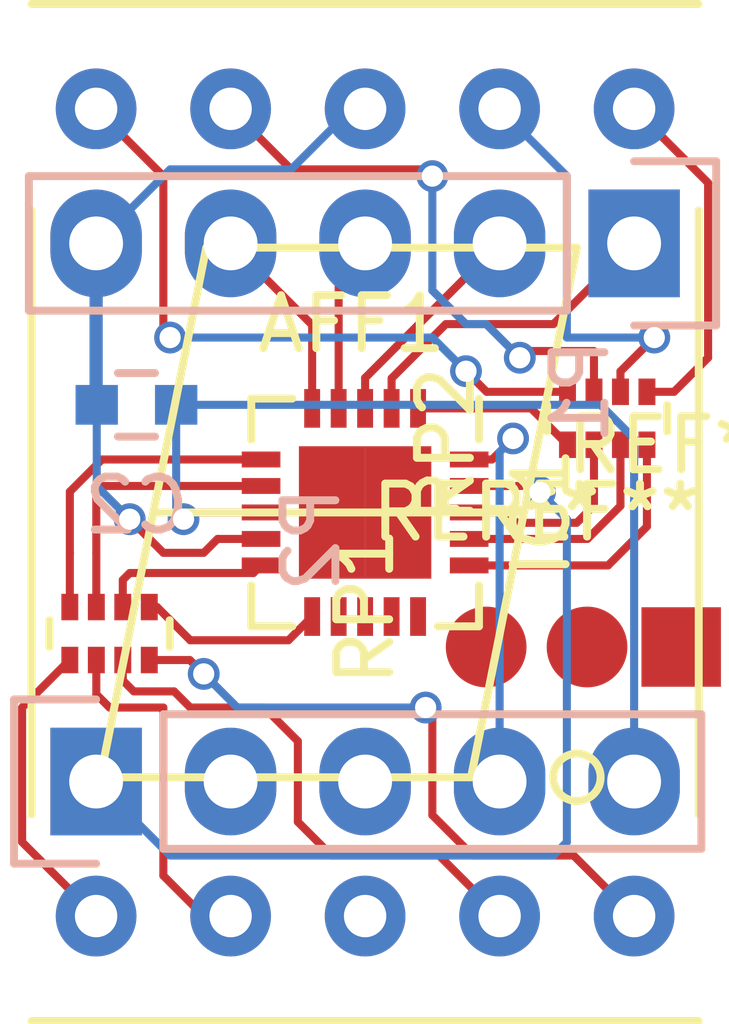
<source format=kicad_pcb>
(kicad_pcb (version 4) (host pcbnew 4.0.2+dfsg1-stable)

  (general
    (links 28)
    (no_connects 1)
    (area 156.528599 90.502599 170.623401 110.157401)
    (thickness 1.6)
    (drawings 0)
    (tracks 141)
    (zones 0)
    (modules 10)
    (nets 31)
  )

  (page A4)
  (layers
    (0 F.Cu signal)
    (31 B.Cu signal)
    (32 B.Adhes user)
    (33 F.Adhes user)
    (38 B.Mask user)
    (39 F.Mask user)
    (40 Dwgs.User user hide)
    (41 Cmts.User user hide)
    (42 Eco1.User user hide)
    (43 Eco2.User user hide)
    (44 Edge.Cuts user hide)
    (45 Margin user hide)
    (46 B.CrtYd user)
    (47 F.CrtYd user)
    (48 B.Fab user hide)
    (49 F.Fab user hide)
  )

  (setup
    (last_trace_width 0.1524)
    (trace_clearance 0.1524)
    (zone_clearance 0.508)
    (zone_45_only no)
    (trace_min 0.1524)
    (segment_width 0.2)
    (edge_width 0.15)
    (via_size 0.6)
    (via_drill 0.4)
    (via_min_size 0.4)
    (via_min_drill 0.3)
    (uvia_size 0.3)
    (uvia_drill 0.1)
    (uvias_allowed no)
    (uvia_min_size 0)
    (uvia_min_drill 0)
    (pcb_text_width 0.3)
    (pcb_text_size 1.5 1.5)
    (mod_edge_width 0.15)
    (mod_text_size 1 1)
    (mod_text_width 0.15)
    (pad_size 1.524 1.524)
    (pad_drill 0.8)
    (pad_to_mask_clearance 0.2)
    (aux_axis_origin 0 0)
    (visible_elements FFFFFF1F)
    (pcbplotparams
      (layerselection 0x00030_80000001)
      (usegerberextensions false)
      (excludeedgelayer true)
      (linewidth 0.100000)
      (plotframeref false)
      (viasonmask false)
      (mode 1)
      (useauxorigin false)
      (hpglpennumber 1)
      (hpglpenspeed 20)
      (hpglpendiameter 15)
      (hpglpenoverlay 2)
      (psnegative false)
      (psa4output false)
      (plotreference true)
      (plotvalue true)
      (plotinvisibletext false)
      (padsonsilk false)
      (subtractmaskfromsilk false)
      (outputformat 1)
      (mirror false)
      (drillshape 1)
      (scaleselection 1)
      (outputdirectory ""))
  )

  (net 0 "")
  (net 1 "Net-(AFF1-Pad1)")
  (net 2 "Net-(AFF1-Pad2)")
  (net 3 +5V)
  (net 4 "Net-(AFF1-Pad4)")
  (net 5 "Net-(AFF1-Pad5)")
  (net 6 "Net-(AFF1-Pad6)")
  (net 7 "Net-(AFF1-Pad7)")
  (net 8 "Net-(AFF1-Pad9)")
  (net 9 "Net-(AFF1-Pad10)")
  (net 10 GND)
  (net 11 DIG_G)
  (net 12 DIG_F)
  (net 13 DIG_E)
  (net 14 DIG_D)
  (net 15 DIG_C)
  (net 16 DIG_B)
  (net 17 DIG_A)
  (net 18 D3)
  (net 19 D2)
  (net 20 ~RESET)
  (net 21 D1)
  (net 22 SCK)
  (net 23 D0)
  (net 24 DP)
  (net 25 DC_OUT)
  (net 26 DC_IN)
  (net 27 "Net-(P2-Pad2)")
  (net 28 "Net-(P2-Pad3)")
  (net 29 "Net-(IC1-Pad13)")
  (net 30 "Net-(IC1-Pad15)")

  (net_class Default "This is the default net class."
    (clearance 0.1524)
    (trace_width 0.1524)
    (via_dia 0.6)
    (via_drill 0.4)
    (uvia_dia 0.3)
    (uvia_drill 0.1)
    (add_net +5V)
    (add_net D0)
    (add_net D1)
    (add_net D2)
    (add_net D3)
    (add_net DC_IN)
    (add_net DC_OUT)
    (add_net DIG_A)
    (add_net DIG_B)
    (add_net DIG_C)
    (add_net DIG_D)
    (add_net DIG_E)
    (add_net DIG_F)
    (add_net DIG_G)
    (add_net DP)
    (add_net GND)
    (add_net "Net-(AFF1-Pad1)")
    (add_net "Net-(AFF1-Pad10)")
    (add_net "Net-(AFF1-Pad2)")
    (add_net "Net-(AFF1-Pad4)")
    (add_net "Net-(AFF1-Pad5)")
    (add_net "Net-(AFF1-Pad6)")
    (add_net "Net-(AFF1-Pad7)")
    (add_net "Net-(AFF1-Pad9)")
    (add_net "Net-(IC1-Pad13)")
    (add_net "Net-(IC1-Pad15)")
    (add_net "Net-(P2-Pad2)")
    (add_net "Net-(P2-Pad3)")
    (add_net SCK)
    (add_net ~RESET)
  )

  (module Housings_DFN_QFN:QFN-20-1EP_4x4mm_Pitch0.5mm (layer F.Cu) (tedit 54130A77) (tstamp 5910C495)
    (at 163.576 100.33 270)
    (descr "20-Lead Plastic Quad Flat, No Lead Package (ML) - 4x4x0.9 mm Body [QFN]; (see Microchip Packaging Specification 00000049BS.pdf)")
    (tags "QFN 0.5")
    (path /5910BC4D)
    (attr smd)
    (fp_text reference IC1 (at 0 -3.33 270) (layer F.SilkS)
      (effects (font (size 1 1) (thickness 0.15)))
    )
    (fp_text value ATTINY1634-MU (at 0 3.33 270) (layer F.Fab)
      (effects (font (size 1 1) (thickness 0.15)))
    )
    (fp_line (start -2.6 -2.6) (end -2.6 2.6) (layer F.CrtYd) (width 0.05))
    (fp_line (start 2.6 -2.6) (end 2.6 2.6) (layer F.CrtYd) (width 0.05))
    (fp_line (start -2.6 -2.6) (end 2.6 -2.6) (layer F.CrtYd) (width 0.05))
    (fp_line (start -2.6 2.6) (end 2.6 2.6) (layer F.CrtYd) (width 0.05))
    (fp_line (start 2.15 -2.15) (end 2.15 -1.375) (layer F.SilkS) (width 0.15))
    (fp_line (start -2.15 2.15) (end -2.15 1.375) (layer F.SilkS) (width 0.15))
    (fp_line (start 2.15 2.15) (end 2.15 1.375) (layer F.SilkS) (width 0.15))
    (fp_line (start -2.15 -2.15) (end -1.375 -2.15) (layer F.SilkS) (width 0.15))
    (fp_line (start -2.15 2.15) (end -1.375 2.15) (layer F.SilkS) (width 0.15))
    (fp_line (start 2.15 2.15) (end 1.375 2.15) (layer F.SilkS) (width 0.15))
    (fp_line (start 2.15 -2.15) (end 1.375 -2.15) (layer F.SilkS) (width 0.15))
    (pad 1 smd rect (at -1.965 -1 270) (size 0.73 0.3) (layers F.Cu F.Mask)
      (net 11 DIG_G))
    (pad 2 smd rect (at -1.965 -0.5 270) (size 0.73 0.3) (layers F.Cu F.Mask)
      (net 23 D0))
    (pad 3 smd rect (at -1.965 0 270) (size 0.73 0.3) (layers F.Cu F.Mask)
      (net 21 D1))
    (pad 4 smd rect (at -1.965 0.5 270) (size 0.73 0.3) (layers F.Cu F.Mask)
      (net 19 D2))
    (pad 5 smd rect (at -1.965 1 270) (size 0.73 0.3) (layers F.Cu F.Mask)
      (net 18 D3))
    (pad 6 smd rect (at -1 1.965) (size 0.73 0.3) (layers F.Cu F.Mask)
      (net 13 DIG_E))
    (pad 7 smd rect (at -0.5 1.965) (size 0.73 0.3) (layers F.Cu F.Mask)
      (net 14 DIG_D))
    (pad 8 smd rect (at 0 1.965) (size 0.73 0.3) (layers F.Cu F.Mask)
      (net 10 GND))
    (pad 9 smd rect (at 0.5 1.965) (size 0.73 0.3) (layers F.Cu F.Mask)
      (net 3 +5V))
    (pad 10 smd rect (at 1 1.965) (size 0.73 0.3) (layers F.Cu F.Mask)
      (net 15 DIG_C))
    (pad 11 smd rect (at 1.965 1 270) (size 0.73 0.3) (layers F.Cu F.Mask)
      (net 24 DP))
    (pad 12 smd rect (at 1.965 0.5 270) (size 0.73 0.3) (layers F.Cu F.Mask)
      (net 20 ~RESET))
    (pad 13 smd rect (at 1.965 0 270) (size 0.73 0.3) (layers F.Cu F.Mask)
      (net 29 "Net-(IC1-Pad13)"))
    (pad 14 smd rect (at 1.965 -0.5 270) (size 0.73 0.3) (layers F.Cu F.Mask)
      (net 22 SCK))
    (pad 15 smd rect (at 1.965 -1 270) (size 0.73 0.3) (layers F.Cu F.Mask)
      (net 30 "Net-(IC1-Pad15)"))
    (pad 16 smd rect (at 1 -1.965) (size 0.73 0.3) (layers F.Cu F.Mask)
      (net 16 DIG_B))
    (pad 17 smd rect (at 0.5 -1.965) (size 0.73 0.3) (layers F.Cu F.Mask)
      (net 17 DIG_A))
    (pad 18 smd rect (at 0 -1.965) (size 0.73 0.3) (layers F.Cu F.Mask)
      (net 12 DIG_F))
    (pad 19 smd rect (at -0.5 -1.965) (size 0.73 0.3) (layers F.Cu F.Mask)
      (net 25 DC_OUT))
    (pad 20 smd rect (at -1 -1.965) (size 0.73 0.3) (layers F.Cu F.Mask)
      (net 26 DC_IN))
    (pad 21 smd rect (at 0.625 0.625 270) (size 1.25 1.25) (layers F.Cu F.Mask)
      (solder_paste_margin_ratio -0.2))
    (pad 21 smd rect (at 0.625 -0.625 270) (size 1.25 1.25) (layers F.Cu F.Mask)
      (solder_paste_margin_ratio -0.2))
    (pad 21 smd rect (at -0.625 0.625 270) (size 1.25 1.25) (layers F.Cu F.Mask)
      (solder_paste_margin_ratio -0.2))
    (pad 21 smd rect (at -0.625 -0.625 270) (size 1.25 1.25) (layers F.Cu F.Mask)
      (solder_paste_margin_ratio -0.2))
    (model Housings_DFN_QFN.3dshapes/QFN-20-1EP_4x4mm_Pitch0.5mm.wrl
      (at (xyz 0 0 0))
      (scale (xyz 1 1 1))
      (rotate (xyz 0 0 0))
    )
  )

  (module Displays_7-Segment:7SegmentLED_LTS6760_LTS6780 (layer F.Cu) (tedit 5910CC55) (tstamp 5910C46D)
    (at 163.576 100.33)
    (path /59109D61)
    (fp_text reference AFF1 (at -0.254 -3.556) (layer F.SilkS)
      (effects (font (size 1 1) (thickness 0.15)))
    )
    (fp_text value 7SEGMENTS (at 0 3.048) (layer F.Fab)
      (effects (font (size 1 1) (thickness 0.15)))
    )
    (fp_circle (center 4 5) (end 4.4 5.2) (layer F.SilkS) (width 0.15))
    (fp_line (start -3 -5) (end -4 0) (layer F.SilkS) (width 0.15))
    (fp_line (start -4 0) (end -5 5) (layer F.SilkS) (width 0.15))
    (fp_line (start -5 5) (end 2 5) (layer F.SilkS) (width 0.15))
    (fp_line (start 2 5) (end 3 0) (layer F.SilkS) (width 0.15))
    (fp_line (start 4 -5) (end 3 0) (layer F.SilkS) (width 0.15))
    (fp_line (start 3 0) (end -4 0) (layer F.SilkS) (width 0.15))
    (fp_line (start -3 -5) (end 4 -5) (layer F.SilkS) (width 0.15))
    (fp_line (start 6.3 9.6) (end -6.3 9.6) (layer F.SilkS) (width 0.15))
    (fp_line (start -6.3 -5.7) (end -6.3 5.7) (layer F.SilkS) (width 0.15))
    (fp_line (start 6.3 -5.7) (end 6.3 5.7) (layer F.SilkS) (width 0.15))
    (fp_line (start -6.3 -9.6) (end 6.3 -9.6) (layer F.SilkS) (width 0.15))
    (pad 1 thru_hole circle (at -5.08 7.62) (size 1.524 1.524) (drill 0.8) (layers *.Cu *.Mask)
      (net 1 "Net-(AFF1-Pad1)"))
    (pad 2 thru_hole circle (at -2.54 7.62) (size 1.524 1.524) (drill 0.8) (layers *.Cu *.Mask)
      (net 2 "Net-(AFF1-Pad2)"))
    (pad 3 thru_hole circle (at 0 7.62) (size 1.524 1.524) (drill 0.8) (layers *.Cu *.Mask)
      (net 3 +5V))
    (pad 4 thru_hole circle (at 2.54 7.62) (size 1.524 1.524) (drill 0.8) (layers *.Cu *.Mask)
      (net 4 "Net-(AFF1-Pad4)"))
    (pad 5 thru_hole circle (at 5.08 7.62) (size 1.524 1.524) (drill 0.8) (layers *.Cu *.Mask)
      (net 5 "Net-(AFF1-Pad5)"))
    (pad 6 thru_hole circle (at 5.08 -7.62) (size 1.524 1.524) (drill 0.8) (layers *.Cu *.Mask)
      (net 6 "Net-(AFF1-Pad6)"))
    (pad 7 thru_hole circle (at 2.54 -7.62) (size 1.524 1.524) (drill 0.8) (layers *.Cu *.Mask)
      (net 7 "Net-(AFF1-Pad7)"))
    (pad 8 thru_hole circle (at 0 -7.62) (size 1.524 1.524) (drill 0.8) (layers *.Cu *.Mask)
      (net 3 +5V))
    (pad 9 thru_hole circle (at -2.54 -7.62) (size 1.524 1.524) (drill 0.8) (layers *.Cu *.Mask)
      (net 8 "Net-(AFF1-Pad9)"))
    (pad 10 thru_hole circle (at -5.08 -7.62) (size 1.524 1.524) (drill 0.8) (layers *.Cu *.Mask)
      (net 9 "Net-(AFF1-Pad10)"))
    (model Displays_7-Segment.3dshapes/7SegmentLED_LTS6760_LTS6780.wrl
      (at (xyz 0 0 0))
      (scale (xyz 0.3937 0.3937 0.3937))
      (rotate (xyz 0 0 0))
    )
  )

  (module Capacitors_SMD:C_0603 (layer B.Cu) (tedit 5415D631) (tstamp 5910C479)
    (at 159.258 98.298)
    (descr "Capacitor SMD 0603, reflow soldering, AVX (see smccp.pdf)")
    (tags "capacitor 0603")
    (path /5910D373)
    (attr smd)
    (fp_text reference C2 (at 0 1.9) (layer B.SilkS)
      (effects (font (size 1 1) (thickness 0.15)) (justify mirror))
    )
    (fp_text value 100n (at 0 -1.9) (layer B.Fab)
      (effects (font (size 1 1) (thickness 0.15)) (justify mirror))
    )
    (fp_line (start -1.45 0.75) (end 1.45 0.75) (layer B.CrtYd) (width 0.05))
    (fp_line (start -1.45 -0.75) (end 1.45 -0.75) (layer B.CrtYd) (width 0.05))
    (fp_line (start -1.45 0.75) (end -1.45 -0.75) (layer B.CrtYd) (width 0.05))
    (fp_line (start 1.45 0.75) (end 1.45 -0.75) (layer B.CrtYd) (width 0.05))
    (fp_line (start -0.35 0.6) (end 0.35 0.6) (layer B.SilkS) (width 0.15))
    (fp_line (start 0.35 -0.6) (end -0.35 -0.6) (layer B.SilkS) (width 0.15))
    (pad 1 smd rect (at -0.75 0) (size 0.8 0.75) (layers B.Cu B.Mask)
      (net 3 +5V))
    (pad 2 smd rect (at 0.75 0) (size 0.8 0.75) (layers B.Cu B.Mask)
      (net 10 GND))
    (model Capacitors_SMD.3dshapes/C_0603.wrl
      (at (xyz 0 0 0))
      (scale (xyz 1 1 1))
      (rotate (xyz 0 0 0))
    )
  )

  (module Pin_Headers:Pin_Header_Straight_1x05 (layer B.Cu) (tedit 5910CC53) (tstamp 5910C49E)
    (at 168.656 95.25 90)
    (descr "Through hole pin header")
    (tags "pin header")
    (path /59109E9A)
    (fp_text reference P1 (at -2.794 -1.016 90) (layer B.SilkS)
      (effects (font (size 1 1) (thickness 0.15)) (justify mirror))
    )
    (fp_text value CONN_01X05 (at -3.556 -3.556 90) (layer B.Fab)
      (effects (font (size 1 1) (thickness 0.15)) (justify mirror))
    )
    (fp_line (start -1.55 0) (end -1.55 1.55) (layer B.SilkS) (width 0.15))
    (fp_line (start -1.55 1.55) (end 1.55 1.55) (layer B.SilkS) (width 0.15))
    (fp_line (start 1.55 1.55) (end 1.55 0) (layer B.SilkS) (width 0.15))
    (fp_line (start -1.75 1.75) (end -1.75 -11.95) (layer B.CrtYd) (width 0.05))
    (fp_line (start 1.75 1.75) (end 1.75 -11.95) (layer B.CrtYd) (width 0.05))
    (fp_line (start -1.75 1.75) (end 1.75 1.75) (layer B.CrtYd) (width 0.05))
    (fp_line (start -1.75 -11.95) (end 1.75 -11.95) (layer B.CrtYd) (width 0.05))
    (fp_line (start 1.27 -1.27) (end 1.27 -11.43) (layer B.SilkS) (width 0.15))
    (fp_line (start 1.27 -11.43) (end -1.27 -11.43) (layer B.SilkS) (width 0.15))
    (fp_line (start -1.27 -11.43) (end -1.27 -1.27) (layer B.SilkS) (width 0.15))
    (fp_line (start 1.27 -1.27) (end -1.27 -1.27) (layer B.SilkS) (width 0.15))
    (pad 1 thru_hole rect (at 0 0 90) (size 2.032 1.7272) (drill 1.016) (layers *.Cu *.Mask)
      (net 23 D0))
    (pad 2 thru_hole oval (at 0 -2.54 90) (size 2.032 1.7272) (drill 1.016) (layers *.Cu *.Mask)
      (net 21 D1))
    (pad 3 thru_hole oval (at 0 -5.08 90) (size 2.032 1.7272) (drill 1.016) (layers *.Cu *.Mask)
      (net 19 D2))
    (pad 4 thru_hole oval (at 0 -7.62 90) (size 2.032 1.7272) (drill 1.016) (layers *.Cu *.Mask)
      (net 18 D3))
    (pad 5 thru_hole oval (at 0 -10.16 90) (size 2.032 1.7272) (drill 1.016) (layers *.Cu *.Mask)
      (net 3 +5V))
    (model Pin_Headers.3dshapes/Pin_Header_Straight_1x05.wrl
      (at (xyz 0 -0.2 0))
      (scale (xyz 1 1 1))
      (rotate (xyz 0 0 90))
    )
  )

  (module Pin_Headers:Pin_Header_Straight_1x05 (layer B.Cu) (tedit 5910CC57) (tstamp 5910C4A7)
    (at 158.496 105.41 270)
    (descr "Through hole pin header")
    (tags "pin header")
    (path /5910A009)
    (fp_text reference P2 (at -4.572 -4.064 270) (layer B.SilkS)
      (effects (font (size 1 1) (thickness 0.15)) (justify mirror))
    )
    (fp_text value CONN_01X05 (at -5.08 -5.08 270) (layer B.Fab)
      (effects (font (size 1 1) (thickness 0.15)) (justify mirror))
    )
    (fp_line (start -1.55 0) (end -1.55 1.55) (layer B.SilkS) (width 0.15))
    (fp_line (start -1.55 1.55) (end 1.55 1.55) (layer B.SilkS) (width 0.15))
    (fp_line (start 1.55 1.55) (end 1.55 0) (layer B.SilkS) (width 0.15))
    (fp_line (start -1.75 1.75) (end -1.75 -11.95) (layer B.CrtYd) (width 0.05))
    (fp_line (start 1.75 1.75) (end 1.75 -11.95) (layer B.CrtYd) (width 0.05))
    (fp_line (start -1.75 1.75) (end 1.75 1.75) (layer B.CrtYd) (width 0.05))
    (fp_line (start -1.75 -11.95) (end 1.75 -11.95) (layer B.CrtYd) (width 0.05))
    (fp_line (start 1.27 -1.27) (end 1.27 -11.43) (layer B.SilkS) (width 0.15))
    (fp_line (start 1.27 -11.43) (end -1.27 -11.43) (layer B.SilkS) (width 0.15))
    (fp_line (start -1.27 -11.43) (end -1.27 -1.27) (layer B.SilkS) (width 0.15))
    (fp_line (start 1.27 -1.27) (end -1.27 -1.27) (layer B.SilkS) (width 0.15))
    (pad 1 thru_hole rect (at 0 0 270) (size 2.032 1.7272) (drill 1.016) (layers *.Cu *.Mask)
      (net 25 DC_OUT))
    (pad 2 thru_hole oval (at 0 -2.54 270) (size 2.032 1.7272) (drill 1.016) (layers *.Cu *.Mask)
      (net 27 "Net-(P2-Pad2)"))
    (pad 3 thru_hole oval (at 0 -5.08 270) (size 2.032 1.7272) (drill 1.016) (layers *.Cu *.Mask)
      (net 28 "Net-(P2-Pad3)"))
    (pad 4 thru_hole oval (at 0 -7.62 270) (size 2.032 1.7272) (drill 1.016) (layers *.Cu *.Mask)
      (net 26 DC_IN))
    (pad 5 thru_hole oval (at 0 -10.16 270) (size 2.032 1.7272) (drill 1.016) (layers *.Cu *.Mask)
      (net 10 GND))
    (model Pin_Headers.3dshapes/Pin_Header_Straight_1x05.wrl
      (at (xyz 0 -0.2 0))
      (scale (xyz 1 1 1))
      (rotate (xyz 0 0 90))
    )
  )

  (module Resistors_SMD:R_Array_Concave_4x0402 (layer F.Cu) (tedit 5910CC58) (tstamp 5910CA92)
    (at 158.75 102.616 90)
    (descr "Thick Film Chip Resistor Array, Wave soldering, Vishay CRA04P (see cra04p.pdf)")
    (tags "resistor array")
    (path /5910A6F6)
    (attr smd)
    (fp_text reference RP1 (at 0.508 4.826 90) (layer F.SilkS)
      (effects (font (size 1 1) (thickness 0.15)))
    )
    (fp_text value 330 (at 0 2.1 90) (layer F.Fab)
      (effects (font (size 1 1) (thickness 0.15)))
    )
    (fp_line (start -1 -1.25) (end 1 -1.25) (layer F.CrtYd) (width 0.05))
    (fp_line (start -1 1.25) (end 1 1.25) (layer F.CrtYd) (width 0.05))
    (fp_line (start -1 -1.25) (end -1 1.25) (layer F.CrtYd) (width 0.05))
    (fp_line (start 1 -1.25) (end 1 1.25) (layer F.CrtYd) (width 0.05))
    (fp_line (start 0.25 -1.135) (end -0.25 -1.135) (layer F.SilkS) (width 0.15))
    (fp_line (start 0.25 1.135) (end -0.25 1.135) (layer F.SilkS) (width 0.15))
    (pad 1 smd rect (at -0.5 -0.75 90) (size 0.5 0.32) (layers F.Cu F.Mask)
      (net 1 "Net-(AFF1-Pad1)"))
    (pad 3 smd rect (at -0.5 0.25 90) (size 0.5 0.32) (layers F.Cu F.Mask)
      (net 4 "Net-(AFF1-Pad4)"))
    (pad 2 smd rect (at -0.5 -0.25 90) (size 0.5 0.32) (layers F.Cu F.Mask)
      (net 2 "Net-(AFF1-Pad2)"))
    (pad 4 smd rect (at -0.5 0.75 90) (size 0.5 0.32) (layers F.Cu F.Mask)
      (net 5 "Net-(AFF1-Pad5)"))
    (pad 7 smd rect (at 0.5 -0.25 90) (size 0.5 0.32) (layers F.Cu F.Mask)
      (net 14 DIG_D))
    (pad 8 smd rect (at 0.5 -0.75 90) (size 0.5 0.32) (layers F.Cu F.Mask)
      (net 13 DIG_E))
    (pad 6 smd rect (at 0.5 0.25 90) (size 0.5 0.32) (layers F.Cu F.Mask)
      (net 15 DIG_C))
    (pad 5 smd rect (at 0.5 0.75 90) (size 0.5 0.32) (layers F.Cu F.Mask)
      (net 24 DP))
    (model Resistors_SMD.3dshapes/R_Array_Concave_4x0402.wrl
      (at (xyz 0 0 0))
      (scale (xyz 1 1 1))
      (rotate (xyz 0 0 0))
    )
  )

  (module Resistors_SMD:R_Array_Concave_4x0402 (layer F.Cu) (tedit 5910CC5A) (tstamp 5910CA9D)
    (at 168.148 98.552 270)
    (descr "Thick Film Chip Resistor Array, Wave soldering, Vishay CRA04P (see cra04p.pdf)")
    (tags "resistor array")
    (path /5910A772)
    (attr smd)
    (fp_text reference RP2 (at 0.508 3.048 270) (layer F.SilkS)
      (effects (font (size 1 1) (thickness 0.15)))
    )
    (fp_text value 330 (at 0 2.1 270) (layer F.Fab)
      (effects (font (size 1 1) (thickness 0.15)))
    )
    (fp_line (start -1 -1.25) (end 1 -1.25) (layer F.CrtYd) (width 0.05))
    (fp_line (start -1 1.25) (end 1 1.25) (layer F.CrtYd) (width 0.05))
    (fp_line (start -1 -1.25) (end -1 1.25) (layer F.CrtYd) (width 0.05))
    (fp_line (start 1 -1.25) (end 1 1.25) (layer F.CrtYd) (width 0.05))
    (fp_line (start 0.25 -1.135) (end -0.25 -1.135) (layer F.SilkS) (width 0.15))
    (fp_line (start 0.25 1.135) (end -0.25 1.135) (layer F.SilkS) (width 0.15))
    (pad 1 smd rect (at -0.5 -0.75 270) (size 0.5 0.32) (layers F.Cu F.Mask)
      (net 6 "Net-(AFF1-Pad6)"))
    (pad 3 smd rect (at -0.5 0.25 270) (size 0.5 0.32) (layers F.Cu F.Mask)
      (net 8 "Net-(AFF1-Pad9)"))
    (pad 2 smd rect (at -0.5 -0.25 270) (size 0.5 0.32) (layers F.Cu F.Mask)
      (net 7 "Net-(AFF1-Pad7)"))
    (pad 4 smd rect (at -0.5 0.75 270) (size 0.5 0.32) (layers F.Cu F.Mask)
      (net 9 "Net-(AFF1-Pad10)"))
    (pad 7 smd rect (at 0.5 -0.25 270) (size 0.5 0.32) (layers F.Cu F.Mask)
      (net 17 DIG_A))
    (pad 8 smd rect (at 0.5 -0.75 270) (size 0.5 0.32) (layers F.Cu F.Mask)
      (net 16 DIG_B))
    (pad 6 smd rect (at 0.5 0.25 270) (size 0.5 0.32) (layers F.Cu F.Mask)
      (net 12 DIG_F))
    (pad 5 smd rect (at 0.5 0.75 270) (size 0.5 0.32) (layers F.Cu F.Mask)
      (net 11 DIG_G))
    (model Resistors_SMD.3dshapes/R_Array_Concave_4x0402.wrl
      (at (xyz 0 0 0))
      (scale (xyz 1 1 1))
      (rotate (xyz 0 0 0))
    )
  )

  (module Measurement_Points:Measurement_Point_Square-SMD-Pad_Small (layer F.Cu) (tedit 0) (tstamp 5910D625)
    (at 169.545 102.87)
    (descr "Mesurement Point, Square, SMD Pad,  1.5mm x 1.5mm,")
    (tags "Mesurement Point, Square, SMD Pad, 1.5mm x 1.5mm,")
    (fp_text reference REF** (at 0 -3.81) (layer F.SilkS)
      (effects (font (size 1 1) (thickness 0.15)))
    )
    (fp_text value Measurement_Point_Square-SMD-Pad_Small (at 2.54 3.81) (layer F.Fab)
      (effects (font (size 1 1) (thickness 0.15)))
    )
    (pad 1 smd rect (at 0 0) (size 1.50114 1.50114) (layers F.Cu F.Mask))
  )

  (module Measurement_Points:Measurement_Point_Round-SMD-Pad_Small (layer F.Cu) (tedit 0) (tstamp 5910D63B)
    (at 167.767 102.87)
    (descr "Mesurement Point, Round, SMD Pad, DM 1.5mm,")
    (tags "Mesurement Point, Round, SMD Pad, DM 1.5mm,")
    (fp_text reference REF** (at 0 -2.54) (layer F.SilkS)
      (effects (font (size 1 1) (thickness 0.15)))
    )
    (fp_text value Measurement_Point_Round-SMD-Pad_Small (at 1.27 2.54) (layer F.Fab)
      (effects (font (size 1 1) (thickness 0.15)))
    )
    (pad 1 smd circle (at 0 0) (size 1.524 1.524) (layers F.Cu F.Mask))
  )

  (module Measurement_Points:Measurement_Point_Round-SMD-Pad_Small (layer F.Cu) (tedit 0) (tstamp 5910D63D)
    (at 165.862 102.87)
    (descr "Mesurement Point, Round, SMD Pad, DM 1.5mm,")
    (tags "Mesurement Point, Round, SMD Pad, DM 1.5mm,")
    (fp_text reference REF** (at 0 -2.54) (layer F.SilkS)
      (effects (font (size 1 1) (thickness 0.15)))
    )
    (fp_text value Measurement_Point_Round-SMD-Pad_Small (at 1.27 2.54) (layer F.Fab)
      (effects (font (size 1 1) (thickness 0.15)))
    )
    (pad 1 smd circle (at 0 0) (size 1.524 1.524) (layers F.Cu F.Mask))
  )

  (segment (start 158 103.116) (end 157.996 103.116) (width 0.1524) (layer F.Cu) (net 1))
  (segment (start 157.996 103.116) (end 157.099 104.013) (width 0.1524) (layer F.Cu) (net 1) (tstamp 5910D1CA))
  (segment (start 157.099 104.013) (end 157.099 106.553) (width 0.1524) (layer F.Cu) (net 1) (tstamp 5910D1CC))
  (segment (start 157.099 106.553) (end 158.496 107.95) (width 0.1524) (layer F.Cu) (net 1) (tstamp 5910D1D1))
  (segment (start 158.5 103.116) (end 158.5 103.763) (width 0.1524) (layer F.Cu) (net 2))
  (segment (start 159.766 107.188) (end 160.528 107.95) (width 0.1524) (layer F.Cu) (net 2) (tstamp 5910D1E0))
  (segment (start 159.766 104.013) (end 159.766 107.188) (width 0.1524) (layer F.Cu) (net 2) (tstamp 5910D1DB))
  (segment (start 158.75 104.013) (end 159.766 104.013) (width 0.1524) (layer F.Cu) (net 2) (tstamp 5910D1D9))
  (segment (start 158.5 103.763) (end 158.75 104.013) (width 0.1524) (layer F.Cu) (net 2) (tstamp 5910D1D7))
  (segment (start 160.528 107.95) (end 161.036 107.95) (width 0.1524) (layer F.Cu) (net 2) (tstamp 5910D1E6))
  (segment (start 161.611 100.83) (end 160.79 100.83) (width 0.1524) (layer F.Cu) (net 3))
  (segment (start 158.508 99.834) (end 158.508 98.298) (width 0.1524) (layer B.Cu) (net 3) (tstamp 5910D4A5))
  (segment (start 159.131 100.457) (end 158.508 99.834) (width 0.1524) (layer B.Cu) (net 3) (tstamp 5910D4A4))
  (via (at 159.131 100.457) (size 0.6) (drill 0.4) (layers F.Cu B.Cu) (net 3))
  (segment (start 159.766 101.092) (end 159.131 100.457) (width 0.1524) (layer F.Cu) (net 3) (tstamp 5910D49D))
  (segment (start 160.528 101.092) (end 159.766 101.092) (width 0.1524) (layer F.Cu) (net 3) (tstamp 5910D499))
  (segment (start 160.79 100.83) (end 160.528 101.092) (width 0.1524) (layer F.Cu) (net 3) (tstamp 5910D497))
  (segment (start 163.576 92.71) (end 163.322 92.71) (width 0.1524) (layer B.Cu) (net 3))
  (segment (start 163.322 92.71) (end 162.179 93.853) (width 0.1524) (layer B.Cu) (net 3) (tstamp 5910D405))
  (segment (start 162.179 93.853) (end 159.893 93.853) (width 0.1524) (layer B.Cu) (net 3) (tstamp 5910D407))
  (segment (start 159.893 93.853) (end 158.496 95.25) (width 0.1524) (layer B.Cu) (net 3) (tstamp 5910D40D))
  (segment (start 158.496 95.25) (end 158.496 98.286) (width 0.25) (layer B.Cu) (net 3))
  (segment (start 158.496 98.286) (end 158.508 98.298) (width 0.25) (layer B.Cu) (net 3) (tstamp 5910D05F))
  (segment (start 159 103.116) (end 159 103.501) (width 0.1524) (layer F.Cu) (net 4))
  (segment (start 164.973 106.807) (end 166.116 107.95) (width 0.1524) (layer F.Cu) (net 4) (tstamp 5910D5A4))
  (segment (start 162.941 106.807) (end 164.973 106.807) (width 0.1524) (layer F.Cu) (net 4) (tstamp 5910D5A0))
  (segment (start 162.306 106.172) (end 162.941 106.807) (width 0.1524) (layer F.Cu) (net 4) (tstamp 5910D59C))
  (segment (start 162.306 104.648) (end 162.306 106.172) (width 0.1524) (layer F.Cu) (net 4) (tstamp 5910D598))
  (segment (start 161.671 104.013) (end 162.306 104.648) (width 0.1524) (layer F.Cu) (net 4) (tstamp 5910D590))
  (segment (start 160.274 104.013) (end 161.671 104.013) (width 0.1524) (layer F.Cu) (net 4) (tstamp 5910D58E))
  (segment (start 159.969198 103.708198) (end 160.274 104.013) (width 0.1524) (layer F.Cu) (net 4) (tstamp 5910D58A))
  (segment (start 159.207198 103.708198) (end 159.969198 103.708198) (width 0.1524) (layer F.Cu) (net 4) (tstamp 5910D57F))
  (segment (start 159 103.501) (end 159.207198 103.708198) (width 0.1524) (layer F.Cu) (net 4) (tstamp 5910D57D))
  (segment (start 159.5 103.116) (end 160.266 103.116) (width 0.1524) (layer F.Cu) (net 5))
  (segment (start 167.513 106.807) (end 168.656 107.95) (width 0.1524) (layer F.Cu) (net 5) (tstamp 5910D5C7))
  (segment (start 165.608 106.807) (end 167.513 106.807) (width 0.1524) (layer F.Cu) (net 5) (tstamp 5910D5C2))
  (segment (start 164.846 106.045) (end 165.608 106.807) (width 0.1524) (layer F.Cu) (net 5) (tstamp 5910D5BE))
  (segment (start 164.846 104.14) (end 164.846 106.045) (width 0.1524) (layer F.Cu) (net 5) (tstamp 5910D5BC))
  (segment (start 164.719 104.013) (end 164.846 104.14) (width 0.1524) (layer F.Cu) (net 5) (tstamp 5910D5BB))
  (via (at 164.719 104.013) (size 0.6) (drill 0.4) (layers F.Cu B.Cu) (net 5))
  (segment (start 161.163 104.013) (end 164.719 104.013) (width 0.1524) (layer B.Cu) (net 5) (tstamp 5910D5AE))
  (segment (start 160.528 103.378) (end 161.163 104.013) (width 0.1524) (layer B.Cu) (net 5) (tstamp 5910D5AD))
  (via (at 160.528 103.378) (size 0.6) (drill 0.4) (layers F.Cu B.Cu) (net 5))
  (segment (start 160.266 103.116) (end 160.528 103.378) (width 0.1524) (layer F.Cu) (net 5) (tstamp 5910D5A8))
  (segment (start 168.898 98.052) (end 169.41 98.052) (width 0.1524) (layer F.Cu) (net 6))
  (segment (start 170.053 94.107) (end 168.656 92.71) (width 0.1524) (layer F.Cu) (net 6) (tstamp 5910D26B))
  (segment (start 170.053 97.409) (end 170.053 94.107) (width 0.1524) (layer F.Cu) (net 6) (tstamp 5910D266))
  (segment (start 169.41 98.052) (end 170.053 97.409) (width 0.1524) (layer F.Cu) (net 6) (tstamp 5910D265))
  (segment (start 168.398 98.052) (end 168.398 97.667) (width 0.1524) (layer F.Cu) (net 7))
  (segment (start 167.386 93.98) (end 166.116 92.71) (width 0.1524) (layer B.Cu) (net 7) (tstamp 5910D279))
  (segment (start 167.386 97.028) (end 167.386 93.98) (width 0.1524) (layer B.Cu) (net 7) (tstamp 5910D277))
  (segment (start 169.037 97.028) (end 167.386 97.028) (width 0.1524) (layer B.Cu) (net 7) (tstamp 5910D276))
  (via (at 169.037 97.028) (size 0.6) (drill 0.4) (layers F.Cu B.Cu) (net 7))
  (segment (start 168.398 97.667) (end 169.037 97.028) (width 0.1524) (layer F.Cu) (net 7) (tstamp 5910D26F))
  (segment (start 167.898 98.052) (end 167.898 97.286) (width 0.1524) (layer F.Cu) (net 8))
  (segment (start 162.179 93.853) (end 161.036 92.71) (width 0.1524) (layer F.Cu) (net 8) (tstamp 5910D2B2))
  (segment (start 164.719 93.853) (end 162.179 93.853) (width 0.1524) (layer F.Cu) (net 8) (tstamp 5910D2AF))
  (segment (start 164.846 93.98) (end 164.719 93.853) (width 0.1524) (layer F.Cu) (net 8) (tstamp 5910D2AE))
  (via (at 164.846 93.98) (size 0.6) (drill 0.4) (layers F.Cu B.Cu) (net 8))
  (segment (start 164.846 96.139) (end 164.846 93.98) (width 0.1524) (layer B.Cu) (net 8) (tstamp 5910D2A3))
  (segment (start 165.481 96.774) (end 164.846 96.139) (width 0.1524) (layer B.Cu) (net 8) (tstamp 5910D2A0))
  (segment (start 165.862 96.774) (end 165.481 96.774) (width 0.1524) (layer B.Cu) (net 8) (tstamp 5910D29A))
  (segment (start 166.497 97.409) (end 165.862 96.774) (width 0.1524) (layer B.Cu) (net 8) (tstamp 5910D299))
  (via (at 166.497 97.409) (size 0.6) (drill 0.4) (layers F.Cu B.Cu) (net 8))
  (segment (start 166.497 97.282) (end 166.497 97.409) (width 0.1524) (layer F.Cu) (net 8) (tstamp 5910D293))
  (segment (start 167.894 97.282) (end 166.497 97.282) (width 0.1524) (layer F.Cu) (net 8) (tstamp 5910D28F))
  (segment (start 167.898 97.286) (end 167.894 97.282) (width 0.1524) (layer F.Cu) (net 8) (tstamp 5910D288))
  (segment (start 167.398 98.052) (end 165.87 98.052) (width 0.1524) (layer F.Cu) (net 9))
  (segment (start 159.766 93.98) (end 158.496 92.71) (width 0.1524) (layer F.Cu) (net 9) (tstamp 5910D2CD))
  (segment (start 159.766 96.901) (end 159.766 93.98) (width 0.1524) (layer F.Cu) (net 9) (tstamp 5910D2C9))
  (segment (start 159.893 97.028) (end 159.766 96.901) (width 0.1524) (layer F.Cu) (net 9) (tstamp 5910D2C8))
  (via (at 159.893 97.028) (size 0.6) (drill 0.4) (layers F.Cu B.Cu) (net 9))
  (segment (start 164.846 97.028) (end 159.893 97.028) (width 0.1524) (layer B.Cu) (net 9) (tstamp 5910D2BE))
  (segment (start 165.481 97.663) (end 164.846 97.028) (width 0.1524) (layer B.Cu) (net 9) (tstamp 5910D2BD))
  (via (at 165.481 97.663) (size 0.6) (drill 0.4) (layers F.Cu B.Cu) (net 9))
  (segment (start 165.87 98.052) (end 165.481 97.663) (width 0.1524) (layer F.Cu) (net 9) (tstamp 5910D2B6))
  (segment (start 168.656 105.41) (end 168.656 98.933) (width 0.1524) (layer B.Cu) (net 10))
  (segment (start 168.021 98.298) (end 160.008 98.298) (width 0.1524) (layer B.Cu) (net 10) (tstamp 5910D3CA))
  (segment (start 168.656 98.933) (end 168.021 98.298) (width 0.1524) (layer B.Cu) (net 10) (tstamp 5910D3BF))
  (segment (start 161.611 100.33) (end 160.274 100.33) (width 0.1524) (layer F.Cu) (net 10))
  (segment (start 160.274 100.33) (end 160.147 100.457) (width 0.1524) (layer F.Cu) (net 10) (tstamp 5910D3AE))
  (via (at 160.147 100.457) (size 0.6) (drill 0.4) (layers F.Cu B.Cu) (net 10))
  (segment (start 160.147 100.457) (end 160.008 100.318) (width 0.1524) (layer B.Cu) (net 10) (tstamp 5910D3B2))
  (segment (start 160.008 100.318) (end 160.008 98.298) (width 0.1524) (layer B.Cu) (net 10) (tstamp 5910D3B3))
  (via (at 168.656 105.41) (size 0.6) (drill 0.4) (layers F.Cu B.Cu) (net 10))
  (segment (start 168.656 105.41) (end 168.898 105.168) (width 0.1524) (layer B.Cu) (net 10) (tstamp 5910D2DD))
  (segment (start 164.576 98.365) (end 166.711 98.365) (width 0.1524) (layer F.Cu) (net 11))
  (segment (start 166.711 98.365) (end 167.398 99.052) (width 0.1524) (layer F.Cu) (net 11) (tstamp 5910D261))
  (segment (start 165.541 100.33) (end 166.243 100.33) (width 0.1524) (layer F.Cu) (net 12))
  (segment (start 167.898 100.199) (end 167.898 99.052) (width 0.1524) (layer F.Cu) (net 12) (tstamp 5910D422))
  (segment (start 167.571802 100.525198) (end 167.898 100.199) (width 0.1524) (layer F.Cu) (net 12) (tstamp 5910D41E))
  (segment (start 166.438198 100.525198) (end 167.571802 100.525198) (width 0.1524) (layer F.Cu) (net 12) (tstamp 5910D41B))
  (segment (start 166.243 100.33) (end 166.438198 100.525198) (width 0.1524) (layer F.Cu) (net 12) (tstamp 5910D419))
  (segment (start 158 101.092) (end 158 102.116) (width 0.1524) (layer F.Cu) (net 13))
  (segment (start 161.611 99.33) (end 158.607 99.33) (width 0.1524) (layer F.Cu) (net 13))
  (segment (start 158 99.937) (end 158 101.092) (width 0.1524) (layer F.Cu) (net 13) (tstamp 5910D12D))
  (segment (start 158 101.092) (end 158 101.1) (width 0.1524) (layer F.Cu) (net 13) (tstamp 5910D174))
  (segment (start 158.607 99.33) (end 158 99.937) (width 0.1524) (layer F.Cu) (net 13) (tstamp 5910D126))
  (segment (start 158.5 101.092) (end 158.5 102.116) (width 0.1524) (layer F.Cu) (net 14))
  (segment (start 158.5 101.1) (end 158.5 101.092) (width 0.1524) (layer F.Cu) (net 14))
  (segment (start 158.5 101.092) (end 158.5 99.945) (width 0.1524) (layer F.Cu) (net 14) (tstamp 5910D178))
  (segment (start 158.615 99.83) (end 161.611 99.83) (width 0.1524) (layer F.Cu) (net 14) (tstamp 5910D135))
  (segment (start 158.5 99.945) (end 158.615 99.83) (width 0.1524) (layer F.Cu) (net 14) (tstamp 5910D130))
  (segment (start 159 102.116) (end 159 101.604) (width 0.1524) (layer F.Cu) (net 15))
  (segment (start 159.131 101.473) (end 161.468 101.473) (width 0.1524) (layer F.Cu) (net 15) (tstamp 5910D4AC))
  (segment (start 159 101.604) (end 159.131 101.473) (width 0.1524) (layer F.Cu) (net 15) (tstamp 5910D4AA))
  (segment (start 161.468 101.473) (end 161.611 101.33) (width 0.1524) (layer F.Cu) (net 15) (tstamp 5910D4B2))
  (segment (start 165.541 101.33) (end 168.164 101.33) (width 0.1524) (layer F.Cu) (net 16))
  (segment (start 168.898 100.596) (end 168.898 99.052) (width 0.1524) (layer F.Cu) (net 16) (tstamp 5910D253))
  (segment (start 168.164 101.33) (end 168.898 100.596) (width 0.1524) (layer F.Cu) (net 16) (tstamp 5910D24F))
  (segment (start 165.541 100.83) (end 167.775 100.83) (width 0.1524) (layer F.Cu) (net 17))
  (segment (start 168.398 100.207) (end 168.398 99.052) (width 0.1524) (layer F.Cu) (net 17) (tstamp 5910D259))
  (segment (start 167.775 100.83) (end 168.398 100.207) (width 0.1524) (layer F.Cu) (net 17) (tstamp 5910D257))
  (segment (start 162.576 98.365) (end 162.576 96.79) (width 0.1524) (layer F.Cu) (net 18))
  (segment (start 162.576 96.79) (end 161.036 95.25) (width 0.1524) (layer F.Cu) (net 18) (tstamp 5910D218))
  (segment (start 163.076 98.365) (end 163.076 95.75) (width 0.1524) (layer F.Cu) (net 19))
  (segment (start 163.076 95.75) (end 163.576 95.25) (width 0.1524) (layer F.Cu) (net 19) (tstamp 5910D21C))
  (segment (start 163.576 98.365) (end 163.576 97.79) (width 0.1524) (layer F.Cu) (net 21))
  (segment (start 163.576 97.79) (end 166.116 95.25) (width 0.1524) (layer F.Cu) (net 21) (tstamp 5910D21F))
  (segment (start 164.076 98.365) (end 164.076 97.798) (width 0.1524) (layer F.Cu) (net 23))
  (segment (start 167.132 96.774) (end 168.656 95.25) (width 0.1524) (layer F.Cu) (net 23) (tstamp 5910D225))
  (segment (start 165.1 96.774) (end 167.132 96.774) (width 0.1524) (layer F.Cu) (net 23) (tstamp 5910D223))
  (segment (start 164.076 97.798) (end 165.1 96.774) (width 0.1524) (layer F.Cu) (net 23) (tstamp 5910D222))
  (segment (start 159.5 102.116) (end 159.647 102.116) (width 0.1524) (layer F.Cu) (net 24))
  (segment (start 159.647 102.116) (end 160.274 102.743) (width 0.1524) (layer F.Cu) (net 24) (tstamp 5910D489))
  (segment (start 160.274 102.743) (end 162.128 102.743) (width 0.1524) (layer F.Cu) (net 24) (tstamp 5910D48D))
  (segment (start 162.128 102.743) (end 162.576 102.295) (width 0.1524) (layer F.Cu) (net 24) (tstamp 5910D490))
  (segment (start 165.541 99.83) (end 166.759 99.83) (width 0.1524) (layer F.Cu) (net 25))
  (segment (start 159.893 106.807) (end 158.496 105.41) (width 0.1524) (layer B.Cu) (net 25) (tstamp 5910D43B))
  (segment (start 167.132 106.807) (end 159.893 106.807) (width 0.1524) (layer B.Cu) (net 25) (tstamp 5910D436))
  (segment (start 167.386 106.553) (end 167.132 106.807) (width 0.1524) (layer B.Cu) (net 25) (tstamp 5910D433))
  (segment (start 167.386 100.457) (end 167.386 106.553) (width 0.1524) (layer B.Cu) (net 25) (tstamp 5910D42A))
  (segment (start 166.878 99.949) (end 167.386 100.457) (width 0.1524) (layer B.Cu) (net 25) (tstamp 5910D429))
  (via (at 166.878 99.949) (size 0.6) (drill 0.4) (layers F.Cu B.Cu) (net 25))
  (segment (start 166.759 99.83) (end 166.878 99.949) (width 0.1524) (layer F.Cu) (net 25) (tstamp 5910D425))
  (segment (start 166.116 105.41) (end 166.116 99.187) (width 0.1524) (layer B.Cu) (net 26))
  (segment (start 165.973 99.33) (end 165.541 99.33) (width 0.1524) (layer F.Cu) (net 26) (tstamp 5910D3E2))
  (segment (start 166.37 98.933) (end 165.973 99.33) (width 0.1524) (layer F.Cu) (net 26) (tstamp 5910D3E1))
  (via (at 166.37 98.933) (size 0.6) (drill 0.4) (layers F.Cu B.Cu) (net 26))
  (segment (start 166.116 99.187) (end 166.37 98.933) (width 0.1524) (layer B.Cu) (net 26) (tstamp 5910D3CE))
  (segment (start 166.049 102.295) (end 166.116 102.362) (width 0.1524) (layer F.Cu) (net 30) (tstamp 5910D5DB))

)

</source>
